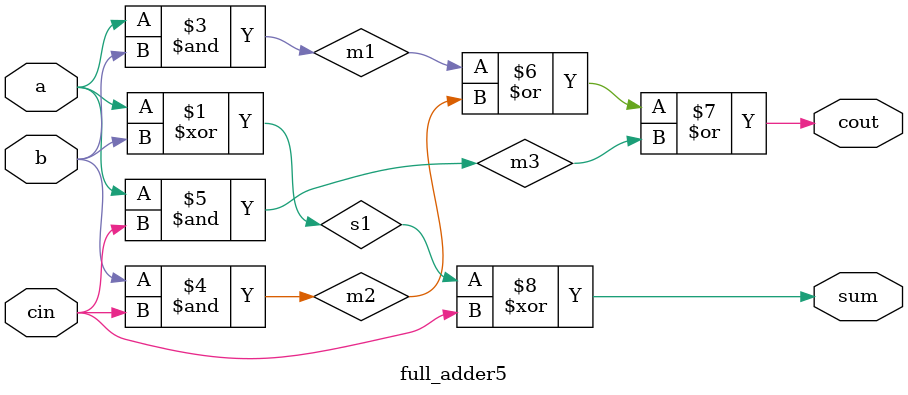
<source format=v>
module full_adder5(a,b,cin,sum,cout);
input a,b,cin;
output sum,cout;
reg cout,m1,m2,m3;
wire s1;

// 调用门元件
xor x1(s1,a,b);

// always块语句
always @(a or b or cin) begin
    m1 = a & b;
    m2 = b & cin;
    m3 = a & cin;
    cout = (m1 | m2) | m3;
end

// assign持续赋值语句
assign
    sum = s1 ^ cin;
    
endmodule


</source>
